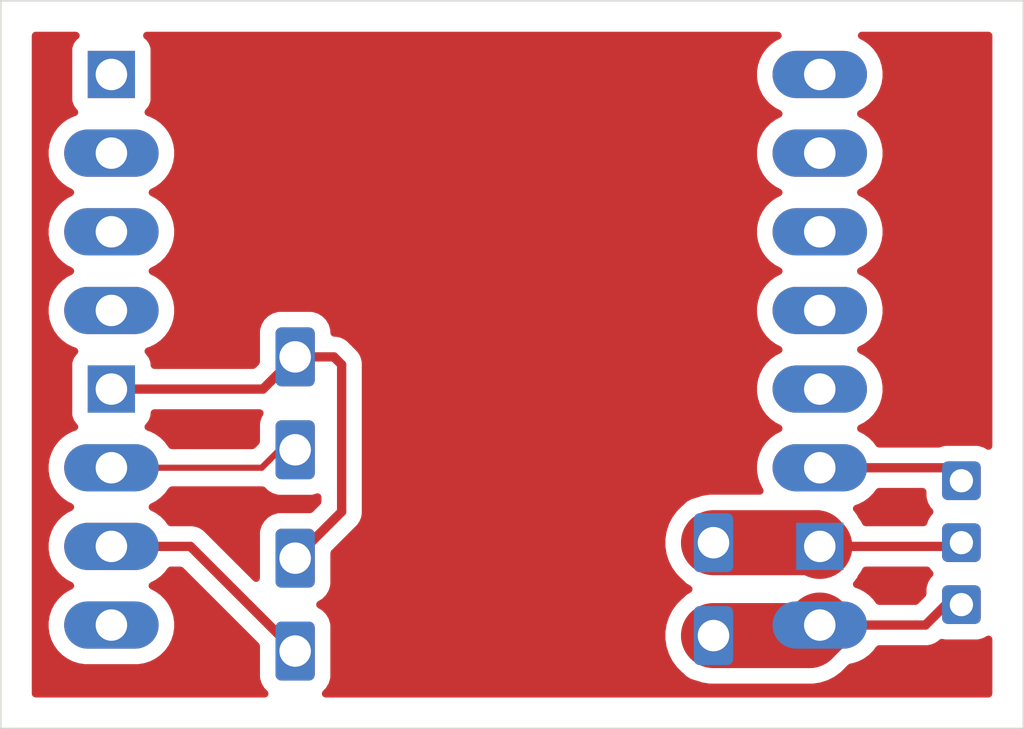
<source format=kicad_pcb>
(kicad_pcb (version 20241229) (generator "pcbnew") (generator_version "9.0")
  (layers (0 "F.Cu" signal) (2 "B.Cu" signal) (13 "F.Paste" user) (15 "B.Paste" user) (5 "F.SilkS" user "F.Silkscreen") (7 "B.SilkS" user "B.Silkscreen") (1 "F.Mask" user) (3 "B.Mask" user) (25 "Edge.Cuts" user))
  (net 0 "")
  (net 1 "GND")
  (net 2 "5V")
  (net 3 "GPIO")
  (footprint "Custom:Two Holes" (layer "F.Cu") (at 147.5 106.5 90)
    (property "Reference" "REF**" (hide yes))
    (property "Value" "Two Holes" (hide yes))
    (pad "1" thru_hole roundrect (at -1.5 4.5 90) (size 1.905 1.27) (drill 1.016) (layers "*.Cu" "*.Mask") (roundrect_rratio 0.15) (net 2 "5V"))
    (pad "2" thru_hole roundrect (at 1.5 4.5 90) (size 1.905 1.27) (drill 1.016) (layers "*.Cu" "*.Mask") (roundrect_rratio 0.15) (net 1 "GND"))
  )
  (footprint "Custom:Two Holes" (layer "F.Cu") (at 134 107 90)
    (property "Reference" "REF**" (hide yes))
    (property "Value" "Two Holes" (hide yes))
    (pad "1" thru_hole roundrect (at -1.5 4.5 90) (size 1.905 1.27) (drill 1.016) (layers "*.Cu" "*.Mask") (roundrect_rratio 0.15) (net 3 "GPIO"))
    (pad "2" thru_hole roundrect (at 1.5 4.5 90) (size 1.905 1.27) (drill 1.016) (layers "*.Cu" "*.Mask") (roundrect_rratio 0.15) (net 1 "GND"))
  )
  (footprint "Audio_Module:MAX4455" (layer "F.Cu") (at 160 105 -90)
    (property "Reference" "REF**" (hide yes))
    (property "Value" "MAX4455" (hide yes))
    (pad "GND" thru_hole roundrect (at 0 0 270) (size 1.25 1.25) (drill 0.75) (layers "*.Cu" "*.Mask") (roundrect_rratio 0.15) (net 1 "GND"))
    (pad "OUT" thru_hole roundrect (at -2 0 270) (size 1.25 1.25) (drill 0.75) (layers "*.Cu" "*.Mask") (roundrect_rratio 0.15) (net 3 "GPIO"))
    (pad "VCC" thru_hole roundrect (at 2 0 270) (size 1.25 1.25) (drill 0.75) (layers "*.Cu" "*.Mask") (roundrect_rratio 0.15) (net 2 "5V"))
  )
  (footprint "Custom:Two Holes" (layer "F.Cu") (at 134 100.5 90)
    (property "Reference" "REF**" (hide yes))
    (property "Value" "Two Holes" (hide yes))
    (pad "1" thru_hole roundrect (at -1.5 4.5 90) (size 1.905 1.27) (drill 1.016) (layers "*.Cu" "*.Mask") (roundrect_rratio 0.15) (net 3 "GPIO"))
    (pad "2" thru_hole roundrect (at 1.5 4.5 90) (size 1.905 1.27) (drill 1.016) (layers "*.Cu" "*.Mask") (roundrect_rratio 0.15) (net 1 "GND"))
  )
  (footprint "ESP32-CAM:ESP32-CAM" (layer "F.Cu") (at 144 97.5)
    (property "Reference" "REF**" (hide yes))
    (property "Value" "ESP32-CAM" (hide yes))
    (pad "P$1" thru_hole rect (at -11.43 -7.62) (size 1.524 1.524) (drill 1.016) (layers "*.Cu" "*.Mask"))
    (pad "P$2" thru_hole oval (at -11.43 -5.08) (size 3.048 1.524) (drill 1.016) (layers "*.Cu" "*.Mask"))
    (pad "P$3" thru_hole oval (at -11.43 -2.54) (size 3.048 1.524) (drill 1.016) (layers "*.Cu" "*.Mask"))
    (pad "P$4" thru_hole oval (at -11.43 0) (size 3.048 1.524) (drill 1.016) (layers "*.Cu" "*.Mask"))
    (pad "P$5" thru_hole rect (at -11.43 2.54) (size 1.524 1.524) (drill 1.016) (layers "*.Cu" "*.Mask") (net 1 "GND"))
    (pad "P$6" thru_hole oval (at -11.43 5.08) (size 3.048 1.524) (drill 1.016) (layers "*.Cu" "*.Mask") (net 3 "GPIO"))
    (pad "P$7" thru_hole oval (at -11.43 7.62) (size 3.048 1.524) (drill 1.016) (layers "*.Cu" "*.Mask") (net 3 "GPIO"))
    (pad "P$8" thru_hole oval (at -11.43 10.16) (size 3.048 1.524) (drill 1.016) (layers "*.Cu" "*.Mask"))
    (pad "P$9" thru_hole oval (at 11.43 10.16) (size 3.048 1.524) (drill 1.016) (layers "*.Cu" "*.Mask") (net 2 "5V"))
    (pad "P$10" thru_hole rect (at 11.43 7.62) (size 1.524 1.524) (drill 1.016) (layers "*.Cu" "*.Mask") (net 1 "GND"))
    (pad "P$11" thru_hole oval (at 11.43 5.08) (size 3.048 1.524) (drill 1.016) (layers "*.Cu" "*.Mask") (net 3 "GPIO"))
    (pad "P$12" thru_hole oval (at 11.43 2.54) (size 3.048 1.524) (drill 1.016) (layers "*.Cu" "*.Mask"))
    (pad "P$13" thru_hole oval (at 11.43 0) (size 3.048 1.524) (drill 1.016) (layers "*.Cu" "*.Mask"))
    (pad "P$14" thru_hole oval (at 11.43 -2.54) (size 3.048 1.524) (drill 1.016) (layers "*.Cu" "*.Mask"))
    (pad "P$15" thru_hole oval (at 11.43 -5.08) (size 3.048 1.524) (drill 1.016) (layers "*.Cu" "*.Mask"))
    (pad "P$16" thru_hole oval (at 11.43 -7.62) (size 3.048 1.524) (drill 1.016) (layers "*.Cu" "*.Mask"))
  )
  (gr_rect (start 129 87.5) (end 162 111) (stroke (width 0.05)) (fill no) (layer "Edge.Cuts"))
  (segment (start 132.57 100.04) (end 137.46 100.04) (width 0.3) (layers "F.Cu" "F.Mask") (net 1))
  (segment (start 139.75 99) (end 140 99.25) (width 0.3) (layers "F.Cu" "F.Mask") (net 1))
  (segment (start 140 104) (end 140 99.25) (width 0.3) (layers "F.Cu" "F.Mask") (net 1))
  (segment (start 140 104) (end 138.5 105.5) (width 0.3) (layers "F.Cu" "F.Mask") (net 1))
  (segment (start 137.46 100.04) (end 138.5 99) (width 0.3) (layers "F.Cu" "F.Mask") (net 1))
  (segment (start 155.43 105.12) (end 159.88 105.12) (width 0.3) (layer "F.Cu") (net 1))
  (segment (start 152 105) (end 155.31 105) (width 2.1) (layers "F.Cu" "F.Mask") (net 1))
  (segment (start 159.88 105.12) (end 160 105) (width 0.3) (layer "F.Cu") (net 1))
  (segment (start 155.31 105) (end 155.43 105.12) (width 2.1) (layers "F.Cu" "F.Mask") (net 1))
  (segment (start 138.5 99) (end 139.75 99) (width 0.3) (layers "F.Cu" "F.Mask") (net 1))
  (segment (start 159.5 107) (end 158.84 107.66) (width 0.3) (layer "F.Cu") (net 2))
  (segment (start 158.84 107.66) (end 155.43 107.66) (width 0.3) (layer "F.Cu") (net 2))
  (segment (start 155.09 108) (end 155.43 107.66) (width 2.1) (layers "F.Cu" "F.Mask") (net 2))
  (segment (start 152 108) (end 155.09 108) (width 2.1) (layers "F.Cu" "F.Mask") (net 2))
  (segment (start 160 107) (end 159.5 107) (width 0.3) (layer "F.Cu") (net 2))
  (segment (start 155.43 102.58) (end 159.58 102.58) (width 0.3) (layer "F.Cu") (net 3))
  (segment (start 138.5 102) (end 138 102) (width 0.2) (layer "F.Cu") (net 3))
  (segment (start 137.42 102.58) (end 132.57 102.58) (width 0.2) (layers "F.Cu" "F.Mask") (net 3))
  (segment (start 159.58 102.58) (end 160 103) (width 0.3) (layer "F.Cu") (net 3))
  (segment (start 132.57 105.12) (end 135.12 105.12) (width 0.3) (layers "F.Cu" "F.Mask") (net 3))
  (segment (start 138.5 108.5) (end 135.12 105.12) (width 0.3) (layers "F.Cu" "F.Mask") (net 3))
  (segment (start 138 102) (end 137.42 102.58) (width 0.2) (layers "F.Cu" "F.Mask") (net 3))
  (zone (net 0) (net_name "") (layer "F.Cu") (connect_pads (clearance 0.5)) (min_thickness 0.25) (fill yes (thermal_gap 0.5) (thermal_bridge_width 0.5) (island_removal_mode 1) (island_area_min 10))
    (polygon (pts (xy 130 88.5) (xy 161 88.5) (xy 161 110) (xy 130 110)))
  )
)
</source>
